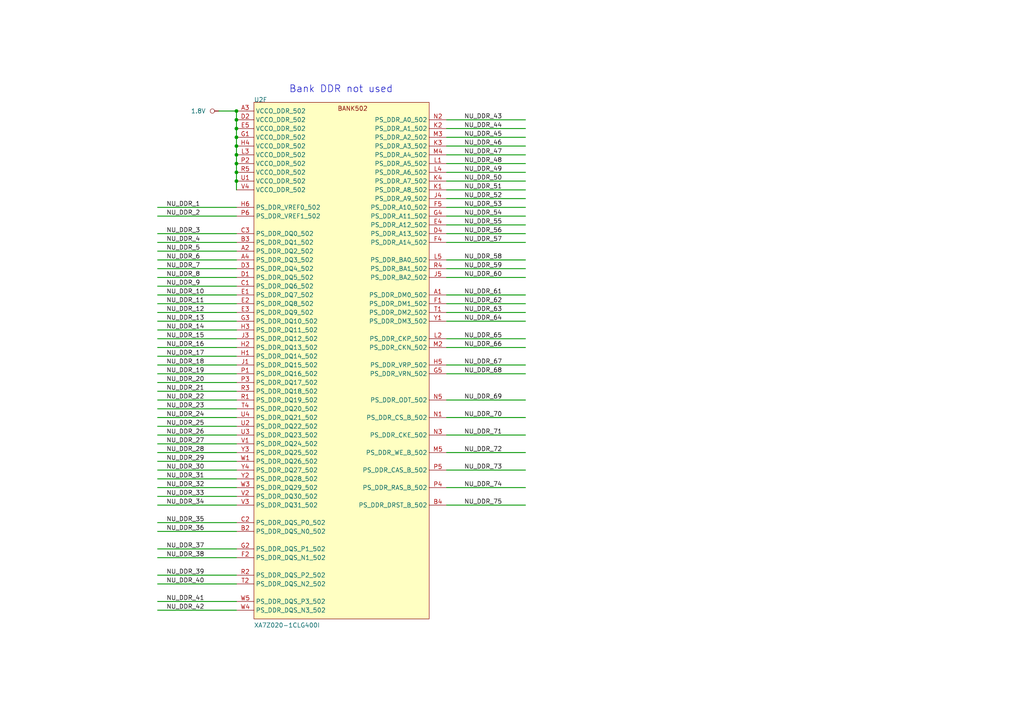
<source format=kicad_sch>
(kicad_sch (version 20230121) (generator eeschema)
  (paper "A4")
  (title_block (title "ZoM Mod A - FPGA DDR Bank") (date "12/16/2014") (rev "01"))
  (lib_symbols
    (symbol "TE0719-altium-import:1.8V" (power)
      (property "Reference" "#PWR" (at 0 0 0))
      (property "Value" "1.8V" (at 0 3.81 0))
      (symbol "1.8V_0_0"
        (circle (center 0 -1.905) (radius 0.635) (stroke (width 0.127)))
        (polyline (pts (xy 0 0) (xy 0 -1.27)) (stroke (width 0.254)))
        (pin power_in line (at 0 0 0) (length 0) hide (name "1.8V") (number ""))
      )
    )
    (symbol "TE0719-altium-import:PS-DDR_0_XC7Z020-2CLG400C"
      (symbol "PS-DDR_0_XC7Z020-2CLG400C_1_0"
        (rectangle (start 30.48 0) (end 0 -81.28) (fill (type background)))
        (text "BANK13" (at 20.32 -2.54 0) (effects (font (size 1.27 1.27)) (justify right bottom)))
        (pin bidirectional line (at -5.08 -60.96 0) (length 5.08) (name "IO_L19P_T3_13") (number "T5"))
        (pin power_in line (at -5.08 -5.08 0) (length 5.08) (name "VCCO_13") (number "T8"))
        (pin bidirectional line (at -5.08 -25.4 0) (length 5.08) (name "IO_L12P_T1_MRCC_13") (number "T9"))
        (pin bidirectional line (at -5.08 -27.94 0) (length 5.08) (name "IO_L12N_T1_MRCC_13") (number "U10"))
        (pin power_in line (at -5.08 -7.62 0) (length 5.08) (name "VCCO_13") (number "U11"))
        (pin bidirectional line (at -5.08 -63.5 0) (length 5.08) (name "IO_L19N_T3_VREF_13") (number "U5"))
        (pin bidirectional line (at -5.08 -20.32 0) (length 5.08) (name "IO_L11P_T1_SRCC_13") (number "U7"))
        (pin bidirectional line (at -5.08 -53.34 0) (length 5.08) (name "IO_L17N_T2_13") (number "U8"))
        (pin bidirectional line (at -5.08 -50.8 0) (length 5.08) (name "IO_L17P_T2_13") (number "U9"))
        (pin bidirectional line (at -5.08 -73.66 0) (length 5.08) (name "IO_L21N_T3_DQS_13") (number "V10"))
        (pin bidirectional line (at -5.08 -71.12 0) (length 5.08) (name "IO_L21P_T3_DQS_13") (number "V11"))
        (pin bidirectional line (at -5.08 -17.78 0) (length 5.08) (name "IO_L6N_T0_VREF_13") (number "V5"))
        (pin bidirectional line (at -5.08 -76.2 0) (length 5.08) (name "IO_L22P_T3_13") (number "V6"))
        (pin bidirectional line (at -5.08 -22.86 0) (length 5.08) (name "IO_L11N_T1_SRCC_13") (number "V7"))
        (pin bidirectional line (at -5.08 -40.64 0) (length 5.08) (name "IO_L15P_T2_DQS_13") (number "V8"))
        (pin bidirectional line (at -5.08 -45.72 0) (length 5.08) (name "IO_L16P_T2_13") (number "W10"))
        (pin bidirectional line (at -5.08 -55.88 0) (length 5.08) (name "IO_L18P_T2_13") (number "W11"))
        (pin bidirectional line (at -5.08 -78.74 0) (length 5.08) (name "IO_L22N_T3_13") (number "W6"))
        (pin power_in line (at -5.08 -10.16 0) (length 5.08) (name "VCCO_13") (number "W7"))
        (pin bidirectional line (at -5.08 -43.18 0) (length 5.08) (name "IO_L15N_T2_DQS_13") (number "W8"))
        (pin bidirectional line (at -5.08 -48.26 0) (length 5.08) (name "IO_L16N_T2_13") (number "W9"))
        (pin power_in line (at -5.08 -12.7 0) (length 5.08) (name "VCCO_13") (number "Y10"))
        (pin bidirectional line (at -5.08 -58.42 0) (length 5.08) (name "IO_L18N_T2_13") (number "Y11"))
        (pin bidirectional line (at -5.08 -66.04 0) (length 5.08) (name "IO_L20P_T3_13") (number "Y12"))
        (pin bidirectional line (at -5.08 -68.58 0) (length 5.08) (name "IO_L20N_T3_13") (number "Y13"))
        (pin bidirectional line (at -5.08 -33.02 0) (length 5.08) (name "IO_L13N_T2_MRCC_13") (number "Y6"))
        (pin bidirectional line (at -5.08 -30.48 0) (length 5.08) (name "IO_L13P_T2_MRCC_13") (number "Y7"))
        (pin bidirectional line (at -5.08 -38.1 0) (length 5.08) (name "IO_L14N_T2_SRCC_13") (number "Y8"))
        (pin bidirectional line (at -5.08 -35.56 0) (length 5.08) (name "IO_L14P_T2_SRCC_13") (number "Y9"))
      )
      (symbol "PS-DDR_0_XC7Z020-2CLG400C_2_0"
        (rectangle (start 58.42 0) (end 0 -81.28) (fill (type background)))
        (text "BANK34" (at 33.02 -2.54 0) (effects (font (size 1.27 1.27)) (justify right bottom)))
        (pin bidirectional line (at 63.5 -71.12 180) (length 5.08) (name "IO_L23P_T3_34") (number "N17"))
        (pin bidirectional line (at 63.5 -20.32 180) (length 5.08) (name "IO_L13P_T2_MRCC_34") (number "N18"))
        (pin power_in line (at -5.08 -5.08 0) (length 5.08) (name "VCCO_34") (number "N19"))
        (pin bidirectional line (at 63.5 -25.4 180) (length 5.08) (name "IO_L14P_T2_SRCC_34") (number "N20"))
        (pin bidirectional line (at -5.08 -60.96 0) (length 5.08) (name "IO_L6P_T0_34") (number "P14"))
        (pin bidirectional line (at 63.5 -76.2 180) (length 5.08) (name "IO_L24P_T3_34") (number "P15"))
        (pin bidirectional line (at 63.5 -78.74 180) (length 5.08) (name "IO_L24N_T3_34") (number "P16"))
        (pin bidirectional line (at 63.5 -73.66 180) (length 5.08) (name "IO_L23N_T3_34") (number "P18"))
        (pin bidirectional line (at 63.5 -22.86 180) (length 5.08) (name "IO_L13N_T2_MRCC_34") (number "P19"))
        (pin bidirectional line (at 63.5 -27.94 180) (length 5.08) (name "IO_L14N_T2_SRCC_34") (number "P20"))
        (pin bidirectional line (at -5.08 -63.5 0) (length 5.08) (name "IO_L6N_T0_VREF_34") (number "R14"))
        (pin power_in line (at -5.08 -7.62 0) (length 5.08) (name "VCCO_34") (number "R15"))
        (pin bidirectional line (at 63.5 -50.8 180) (length 5.08) (name "IO_L19P_T3_34") (number "R16"))
        (pin bidirectional line (at 63.5 -53.34 180) (length 5.08) (name "IO_L19N_T3_VREF_34") (number "R17"))
        (pin bidirectional line (at 63.5 -58.42 180) (length 5.08) (name "IO_L20N_T3_34") (number "R18"))
        (pin bidirectional line (at -5.08 -25.4 0) (length 5.08) (name "IO_0_34") (number "R19"))
        (pin bidirectional line (at -5.08 -38.1 0) (length 5.08) (name "IO_L1N_T0_34") (number "T10"))
        (pin bidirectional line (at -5.08 -35.56 0) (length 5.08) (name "IO_L1P_T0_34") (number "T11"))
        (pin bidirectional line (at -5.08 -40.64 0) (length 5.08) (name "IO_L2P_T0_34") (number "T12"))
        (pin bidirectional line (at -5.08 -55.88 0) (length 5.08) (name "IO_L5P_T0_34") (number "T14"))
        (pin bidirectional line (at -5.08 -58.42 0) (length 5.08) (name "IO_L5N_T0_34") (number "T15"))
        (pin bidirectional line (at -5.08 -76.2 0) (length 5.08) (name "IO_L9P_T1_DQS_34") (number "T16"))
        (pin bidirectional line (at 63.5 -55.88 180) (length 5.08) (name "IO_L20P_T3_34") (number "T17"))
        (pin power_in line (at -5.08 -10.16 0) (length 5.08) (name "VCCO_34") (number "T18"))
        (pin bidirectional line (at -5.08 -30.48 0) (length 5.08) (name "IO_25_34") (number "T19"))
        (pin bidirectional line (at 63.5 -30.48 180) (length 5.08) (name "IO_L15P_T2_DQS_34") (number "T20"))
        (pin bidirectional line (at -5.08 -43.18 0) (length 5.08) (name "IO_L2N_T0_34") (number "U12"))
        (pin bidirectional line (at -5.08 -45.72 0) (length 5.08) (name "IO_L3P_T0_DQS_PUDC_B_34") (number "U13"))
        (pin bidirectional line (at 63.5 -10.16 180) (length 5.08) (name "IO_L11P_T1_SRCC_34") (number "U14"))
        (pin bidirectional line (at 63.5 -12.7 180) (length 5.08) (name "IO_L11N_T1_SRCC_34") (number "U15"))
        (pin bidirectional line (at -5.08 -78.74 0) (length 5.08) (name "IO_L9N_T1_DQS_34") (number "U17"))
        (pin bidirectional line (at 63.5 -15.24 180) (length 5.08) (name "IO_L12P_T1_MRCC_34") (number "U18"))
        (pin bidirectional line (at 63.5 -17.78 180) (length 5.08) (name "IO_L12N_T1_MRCC_34") (number "U19"))
        (pin bidirectional line (at 63.5 -33.02 180) (length 5.08) (name "IO_L15N_T2_DQS_34") (number "U20"))
        (pin bidirectional line (at -5.08 -50.8 0) (length 5.08) (name "IO_L4P_T0_34") (number "V12"))
        (pin bidirectional line (at -5.08 -48.26 0) (length 5.08) (name "IO_L3N_T0_DQS_34") (number "V13"))
        (pin power_in line (at -5.08 -12.7 0) (length 5.08) (name "VCCO_34") (number "V14"))
        (pin bidirectional line (at 63.5 -5.08 180) (length 5.08) (name "IO_L10P_T1_34") (number "V15"))
        (pin bidirectional line (at 63.5 -45.72 180) (length 5.08) (name "IO_L18P_T2_34") (number "V16"))
        (pin bidirectional line (at 63.5 -60.96 180) (length 5.08) (name "IO_L21P_T3_DQS_34") (number "V17"))
        (pin bidirectional line (at 63.5 -63.5 180) (length 5.08) (name "IO_L21N_T3_DQS_34") (number "V18"))
        (pin bidirectional line (at 63.5 -35.56 180) (length 5.08) (name "IO_L16P_T2_34") (number "V20"))
        (pin bidirectional line (at -5.08 -53.34 0) (length 5.08) (name "IO_L4N_T0_34") (number "W13"))
        (pin bidirectional line (at -5.08 -71.12 0) (length 5.08) (name "IO_L8P_T1_34") (number "W14"))
        (pin bidirectional line (at 63.5 -7.62 180) (length 5.08) (name "IO_L10N_T1_34") (number "W15"))
        (pin bidirectional line (at 63.5 -48.26 180) (length 5.08) (name "IO_L18N_T2_34") (number "W16"))
        (pin power_in line (at -5.08 -15.24 0) (length 5.08) (name "VCCO_34") (number "W17"))
        (pin bidirectional line (at 63.5 -66.04 180) (length 5.08) (name "IO_L22P_T3_34") (number "W18"))
        (pin bidirectional line (at 63.5 -68.58 180) (length 5.08) (name "IO_L22N_T3_34") (number "W19"))
        (pin bidirectional line (at 63.5 -38.1 180) (length 5.08) (name "IO_L16N_T2_34") (number "W20"))
        (pin bidirectional line (at -5.08 -73.66 0) (length 5.08) (name "IO_L8N_T1_34") (number "Y14"))
        (pin bidirectional line (at -5.08 -66.04 0) (length 5.08) (name "IO_L7P_T1_34") (number "Y16"))
        (pin bidirectional line (at -5.08 -68.58 0) (length 5.08) (name "IO_L7N_T1_34") (number "Y17"))
        (pin bidirectional line (at 63.5 -40.64 180) (length 5.08) (name "IO_L17P_T2_34") (number "Y18"))
        (pin bidirectional line (at 63.5 -43.18 180) (length 5.08) (name "IO_L17N_T2_34") (number "Y19"))
        (pin power_in line (at -5.08 -17.78 0) (length 5.08) (name "VCCO_34") (number "Y20"))
      )
      (symbol "PS-DDR_0_XC7Z020-2CLG400C_3_0"
        (rectangle (start 58.42 0) (end 0 -81.28) (fill (type background)))
        (text "BANK35" (at 33.02 -2.54 0) (effects (font (size 1.27 1.27)) (justify right bottom)))
        (pin bidirectional line (at -5.08 -43.18 0) (length 5.08) (name "IO_L2N_T0_AD8N_35") (number "A20"))
        (pin bidirectional line (at -5.08 -40.64 0) (length 5.08) (name "IO_L2P_T0_AD8P_35") (number "B19"))
        (pin bidirectional line (at -5.08 -38.1 0) (length 5.08) (name "IO_L1N_T0_AD0N_35") (number "B20"))
        (pin power_in line (at -5.08 -5.08 0) (length 5.08) (name "VCCO_35") (number "C19"))
        (pin bidirectional line (at -5.08 -35.56 0) (length 5.08) (name "IO_L1P_T0_AD0P_35") (number "C20"))
        (pin bidirectional line (at -5.08 -48.26 0) (length 5.08) (name "IO_L3N_T0_DQS_AD1N_35") (number "D18"))
        (pin bidirectional line (at -5.08 -50.8 0) (length 5.08) (name "IO_L4P_T0_35") (number "D19"))
        (pin bidirectional line (at -5.08 -53.34 0) (length 5.08) (name "IO_L4N_T0_35") (number "D20"))
        (pin bidirectional line (at -5.08 -45.72 0) (length 5.08) (name "IO_L3P_T0_DQS_AD1P_35") (number "E17"))
        (pin bidirectional line (at -5.08 -55.88 0) (length 5.08) (name "IO_L5P_T0_AD9P_35") (number "E18"))
        (pin bidirectional line (at -5.08 -58.42 0) (length 5.08) (name "IO_L5N_T0_AD9N_35") (number "E19"))
        (pin bidirectional line (at -5.08 -60.96 0) (length 5.08) (name "IO_L6P_T0_35") (number "F16"))
        (pin bidirectional line (at -5.08 -63.5 0) (length 5.08) (name "IO_L6N_T0_VREF_35") (number "F17"))
        (pin power_in line (at -5.08 -7.62 0) (length 5.08) (name "VCCO_35") (number "F18"))
        (pin bidirectional line (at 63.5 -30.48 180) (length 5.08) (name "IO_L15P_T2_DQS_AD12P_35") (number "F19"))
        (pin bidirectional line (at 63.5 -33.02 180) (length 5.08) (name "IO_L15N_T2_DQS_AD12N_35") (number "F20"))
        (pin bidirectional line (at -5.08 -25.4 0) (length 5.08) (name "IO_0_35") (number "G14"))
        (pin bidirectional line (at 63.5 -53.34 180) (length 5.08) (name "IO_L19N_T3_VREF_35") (number "G15"))
        (pin bidirectional line (at 63.5 -35.56 180) (length 5.08) (name "IO_L16P_T2_35") (number "G17"))
        (pin bidirectional line (at 63.5 -38.1 180) (length 5.08) (name "IO_L16N_T2_35") (number "G18"))
        (pin bidirectional line (at 63.5 -45.72 180) (length 5.08) (name "IO_L18P_T2_AD13P_35") (number "G19"))
        (pin bidirectional line (at 63.5 -48.26 180) (length 5.08) (name "IO_L18N_T2_AD13N_35") (number "G20"))
        (pin power_in line (at -5.08 -10.16 0) (length 5.08) (name "VCCO_35") (number "H14"))
        (pin bidirectional line (at 63.5 -50.8 180) (length 5.08) (name "IO_L19P_T3_35") (number "H15"))
        (pin bidirectional line (at 63.5 -20.32 180) (length 5.08) (name "IO_L13P_T2_MRCC_35") (number "H16"))
        (pin bidirectional line (at 63.5 -22.86 180) (length 5.08) (name "IO_L13N_T2_MRCC_35") (number "H17"))
        (pin bidirectional line (at 63.5 -27.94 180) (length 5.08) (name "IO_L14N_T2_AD4N_SRCC_35") (number "H18"))
        (pin bidirectional line (at 63.5 -43.18 180) (length 5.08) (name "IO_L17N_T2_AD5N_35") (number "H20"))
        (pin bidirectional line (at 63.5 -58.42 180) (length 5.08) (name "IO_L20N_T3_AD6N_35") (number "J14"))
        (pin bidirectional line (at -5.08 -30.48 0) (length 5.08) (name "IO_25_35") (number "J15"))
        (pin bidirectional line (at 63.5 -78.74 180) (length 5.08) (name "IO_L24N_T3_AD15N_35") (number "J16"))
        (pin power_in line (at -5.08 -12.7 0) (length 5.08) (name "VCCO_35") (number "J17"))
        (pin bidirectional line (at 63.5 -25.4 180) (length 5.08) (name "IO_L14P_T2_AD4P_SRCC_35") (number "J18"))
        (pin bidirectional line (at 63.5 -7.62 180) (length 5.08) (name "IO_L10N_T1_AD11N_35") (number "J19"))
        (pin bidirectional line (at 63.5 -40.64 180) (length 5.08) (name "IO_L17P_T2_AD5P_35") (number "J20"))
        (pin bidirectional line (at 63.5 -55.88 180) (length 5.08) (name "IO_L20P_T3_AD6P_35") (number "K14"))
        (pin bidirectional line (at 63.5 -76.2 180) (length 5.08) (name "IO_L24P_T3_AD15P_35") (number "K16"))
        (pin bidirectional line (at 63.5 -15.24 180) (length 5.08) (name "IO_L12P_T1_MRCC_35") (number "K17"))
        (pin bidirectional line (at 63.5 -17.78 180) (length 5.08) (name "IO_L12N_T1_MRCC_35") (number "K18"))
        (pin bidirectional line (at 63.5 -5.08 180) (length 5.08) (name "IO_L10P_T1_AD11P_35") (number "K19"))
        (pin power_in line (at -5.08 -15.24 0) (length 5.08) (name "VCCO_35") (number "K20"))
        (pin bidirectional line (at 63.5 -66.04 180) (length 5.08) (name "IO_L22P_T3_AD7P_35") (number "L14"))
        (pin bidirectional line (at 63.5 -68.58 180) (length 5.08) (name "IO_L22N_T3_AD7N_35") (number "L15"))
        (pin bidirectional line (at 63.5 -10.16 180) (length 5.08) (name "IO_L11P_T1_SRCC_35") (number "L16"))
        (pin bidirectional line (at 63.5 -12.7 180) (length 5.08) (name "IO_L11N_T1_SRCC_35") (number "L17"))
        (pin bidirectional line (at -5.08 -76.2 0) (length 5.08) (name "IO_L9P_T1_DQS_AD3P_35") (number "L19"))
        (pin bidirectional line (at -5.08 -78.74 0) (length 5.08) (name "IO_L9N_T1_DQS_AD3N_35") (number "L20"))
        (pin bidirectional line (at 63.5 -71.12 180) (length 5.08) (name "IO_L23P_T3_35") (number "M14"))
        (pin bidirectional line (at 63.5 -73.66 180) (length 5.08) (name "IO_L23N_T3_35") (number "M15"))
        (pin power_in line (at -5.08 -17.78 0) (length 5.08) (name "VCCO_35") (number "M16"))
        (pin bidirectional line (at -5.08 -71.12 0) (length 5.08) (name "IO_L8P_T1_AD10P_35") (number "M17"))
        (pin bidirectional line (at -5.08 -73.66 0) (length 5.08) (name "IO_L8N_T1_AD10N_35") (number "M18"))
        (pin bidirectional line (at -5.08 -66.04 0) (length 5.08) (name "IO_L7P_T1_AD2P_35") (number "M19"))
        (pin bidirectional line (at -5.08 -68.58 0) (length 5.08) (name "IO_L7N_T1_AD2N_35") (number "M20"))
        (pin bidirectional line (at 63.5 -60.96 180) (length 5.08) (name "IO_L21P_T3_DQS_AD14P_35") (number "N15"))
        (pin bidirectional line (at 63.5 -63.5 180) (length 5.08) (name "IO_L21N_T3_DQS_AD14N_35") (number "N16"))
      )
      (symbol "PS-DDR_0_XC7Z020-2CLG400C_4_0"
        (rectangle (start 45.72 0) (end 0 -35.56) (fill (type background)))
        (text "BANK500" (at 27.94 -2.54 0) (effects (font (size 1.27 1.27)) (justify right bottom)))
        (pin bidirectional line (at 50.8 -10.16 180) (length 5.08) (name "PS_MIO6_500") (number "A5"))
        (pin bidirectional line (at 50.8 -7.62 180) (length 5.08) (name "PS_MIO5_500") (number "A6"))
        (pin bidirectional line (at -5.08 -27.94 0) (length 5.08) (name "PS_MIO1_500") (number "A7"))
        (pin bidirectional line (at 50.8 -17.78 180) (length 5.08) (name "PS_MIO9_500") (number "B5"))
        (pin power_in line (at -5.08 -5.08 0) (length 5.08) (name "VCCO_MIO0_500") (number "B6"))
        (pin bidirectional line (at 50.8 -5.08 180) (length 5.08) (name "PS_MIO4_500") (number "B7"))
        (pin bidirectional line (at -5.08 -30.48 0) (length 5.08) (name "PS_MIO2_500") (number "B8"))
        (pin bidirectional line (at 50.8 -30.48 180) (length 5.08) (name "PS_MIO14_500") (number "C5"))
        (pin bidirectional line (at 50.8 -22.86 180) (length 5.08) (name "PS_MIO11_500") (number "C6"))
        (pin input line (at -5.08 -17.78 0) (length 5.08) (name "PS_POR_B_500") (number "C7"))
        (pin bidirectional line (at 50.8 -33.02 180) (length 5.08) (name "PS_MIO15_500") (number "C8"))
        (pin bidirectional line (at 50.8 -15.24 180) (length 5.08) (name "PS_MIO8_500") (number "D5"))
        (pin bidirectional line (at -5.08 -33.02 0) (length 5.08) (name "PS_MIO3_500") (number "D6"))
        (pin power_in line (at -5.08 -7.62 0) (length 5.08) (name "VCCO_MIO0_500") (number "D7"))
        (pin bidirectional line (at 50.8 -12.7 180) (length 5.08) (name "PS_MIO7_500") (number "D8"))
        (pin bidirectional line (at 50.8 -25.4 180) (length 5.08) (name "PS_MIO12_500") (number "D9"))
        (pin bidirectional line (at -5.08 -25.4 0) (length 5.08) (name "PS_MIO0_500") (number "E6"))
        (pin input line (at -5.08 -12.7 0) (length 5.08) (name "PS_CLK_500") (number "E7"))
        (pin bidirectional line (at 50.8 -27.94 180) (length 5.08) (name "PS_MIO13_500") (number "E8"))
        (pin bidirectional line (at 50.8 -20.32 180) (length 5.08) (name "PS_MIO10_500") (number "E9"))
      )
      (symbol "PS-DDR_0_XC7Z020-2CLG400C_5_0"
        (rectangle (start 50.8 0) (end 0 -66.04) (fill (type background)))
        (text "BANK501" (at 30.48 -2.54 0) (effects (font (size 1.27 1.27)) (justify right bottom)))
        (pin bidirectional line (at 55.88 -22.86 180) (length 5.08) (name "PS_MIO37_501") (number "A10"))
        (pin bidirectional line (at 55.88 -20.32 180) (length 5.08) (name "PS_MIO36_501") (number "A11"))
        (pin bidirectional line (at 55.88 -15.24 180) (length 5.08) (name "PS_MIO34_501") (number "A12"))
        (pin power_in line (at -5.08 -5.08 0) (length 5.08) (name "VCCO_MIO1_501") (number "A13"))
        (pin bidirectional line (at 55.88 -10.16 180) (length 5.08) (name "PS_MIO32_501") (number "A14"))
        (pin bidirectional line (at -5.08 -55.88 0) (length 5.08) (name "PS_MIO26_501") (number "A15"))
        (pin bidirectional line (at -5.08 -50.8 0) (length 5.08) (name "PS_MIO24_501") (number "A16"))
        (pin bidirectional line (at -5.08 -40.64 0) (length 5.08) (name "PS_MIO20_501") (number "A17"))
        (pin bidirectional line (at -5.08 -30.48 0) (length 5.08) (name "PS_MIO16_501") (number "A19"))
        (pin bidirectional line (at 55.88 -38.1 180) (length 5.08) (name "PS_MIO43_501") (number "A9"))
        (pin passive line (at -5.08 -22.86 0) (length 5.08) (name "PS_SRST_B_501") (number "B10"))
        (pin bidirectional line (at 55.88 -50.8 180) (length 5.08) (name "PS_MIO48_501") (number "B12"))
        (pin bidirectional line (at 55.88 -55.88 180) (length 5.08) (name "PS_MIO50_501") (number "B13"))
        (pin bidirectional line (at 55.88 -48.26 180) (length 5.08) (name "PS_MIO47_501") (number "B14"))
        (pin bidirectional line (at 55.88 -43.18 180) (length 5.08) (name "PS_MIO45_501") (number "B15"))
        (pin power_in line (at -5.08 -7.62 0) (length 5.08) (name "VCCO_MIO1_501") (number "B16"))
        (pin bidirectional line (at -5.08 -45.72 0) (length 5.08) (name "PS_MIO22_501") (number "B17"))
        (pin bidirectional line (at -5.08 -35.56 0) (length 5.08) (name "PS_MIO18_501") (number "B18"))
        (pin bidirectional line (at 55.88 -58.42 180) (length 5.08) (name "PS_MIO51_501") (number "B9"))
        (pin bidirectional line (at 55.88 -60.96 180) (length 5.08) (name "PS_MIO52_501") (number "C10"))
        (pin bidirectional line (at 55.88 -63.5 180) (length 5.08) (name "PS_MIO53_501") (number "C11"))
        (pin bidirectional line (at 55.88 -53.34 180) (length 5.08) (name "PS_MIO49_501") (number "C12"))
        (pin bidirectional line (at -5.08 -63.5 0) (length 5.08) (name "PS_MIO29_501") (number "C13"))
        (pin bidirectional line (at 55.88 -5.08 180) (length 5.08) (name "PS_MIO30_501") (number "C15"))
        (pin bidirectional line (at -5.08 -60.96 0) (length 5.08) (name "PS_MIO28_501") (number "C16"))
        (pin bidirectional line (at 55.88 -33.02 180) (length 5.08) (name "PS_MIO41_501") (number "C17"))
        (pin bidirectional line (at 55.88 -27.94 180) (length 5.08) (name "PS_MIO39_501") (number "C18"))
        (pin bidirectional line (at -5.08 -38.1 0) (length 5.08) (name "PS_MIO19_501") (number "D10"))
        (pin bidirectional line (at -5.08 -48.26 0) (length 5.08) (name "PS_MIO23_501") (number "D11"))
        (pin power_in line (at -5.08 -10.16 0) (length 5.08) (name "VCCO_MIO1_501") (number "D12"))
        (pin bidirectional line (at -5.08 -58.42 0) (length 5.08) (name "PS_MIO27_501") (number "D13"))
        (pin bidirectional line (at 55.88 -30.48 180) (length 5.08) (name "PS_MIO40_501") (number "D14"))
        (pin bidirectional line (at 55.88 -12.7 180) (length 5.08) (name "PS_MIO33_501") (number "D15"))
        (pin bidirectional line (at 55.88 -45.72 180) (length 5.08) (name "PS_MIO46_501") (number "D16"))
        (pin bidirectional line (at -5.08 -17.78 0) (length 5.08) (name "PS_MIO_VREF_501") (number "E11"))
        (pin bidirectional line (at 55.88 -35.56 180) (length 5.08) (name "PS_MIO42_501") (number "E12"))
        (pin bidirectional line (at 55.88 -25.4 180) (length 5.08) (name "PS_MIO38_501") (number "E13"))
        (pin bidirectional line (at -5.08 -33.02 0) (length 5.08) (name "PS_MIO17_501") (number "E14"))
        (pin power_in line (at -5.08 -12.7 0) (length 5.08) (name "VCCO_MIO1_501") (number "E15"))
        (pin bidirectional line (at 55.88 -7.62 180) (length 5.08) (name "PS_MIO31_501") (number "E16"))
        (pin bidirectional line (at 55.88 -17.78 180) (length 5.08) (name "PS_MIO35_501") (number "F12"))
        (pin bidirectional line (at 55.88 -40.64 180) (length 5.08) (name "PS_MIO44_501") (number "F13"))
        (pin bidirectional line (at -5.08 -43.18 0) (length 5.08) (name "PS_MIO21_501") (number "F14"))
        (pin bidirectional line (at -5.08 -53.34 0) (length 5.08) (name "PS_MIO25_501") (number "F15"))
      )
      (symbol "PS-DDR_0_XC7Z020-2CLG400C_6_0"
        (rectangle (start 50.8 0) (end 0 -149.86) (fill (type background)))
        (text "BANK502" (at 33.02 -2.54 0) (effects (font (size 1.27 1.27)) (justify right bottom)))
        (pin output line (at 55.88 -55.88 180) (length 5.08) (name "PS_DDR_DM0_502") (number "A1"))
        (pin bidirectional line (at -5.08 -43.18 0) (length 5.08) (name "PS_DDR_DQ2_502") (number "A2"))
        (pin power_in line (at -5.08 -2.54 0) (length 5.08) (name "VCCO_DDR_502") (number "A3"))
        (pin bidirectional line (at -5.08 -45.72 0) (length 5.08) (name "PS_DDR_DQ3_502") (number "A4"))
        (pin bidirectional line (at -5.08 -124.46 0) (length 5.08) (name "PS_DDR_DQS_N0_502") (number "B2"))
        (pin bidirectional line (at -5.08 -40.64 0) (length 5.08) (name "PS_DDR_DQ1_502") (number "B3"))
        (pin output line (at 55.88 -116.84 180) (length 5.08) (name "PS_DDR_DRST_B_502") (number "B4"))
        (pin bidirectional line (at -5.08 -53.34 0) (length 5.08) (name "PS_DDR_DQ6_502") (number "C1"))
        (pin bidirectional line (at -5.08 -121.92 0) (length 5.08) (name "PS_DDR_DQS_P0_502") (number "C2"))
        (pin bidirectional line (at -5.08 -38.1 0) (length 5.08) (name "PS_DDR_DQ0_502") (number "C3"))
        (pin bidirectional line (at -5.08 -50.8 0) (length 5.08) (name "PS_DDR_DQ5_502") (number "D1"))
        (pin power_in line (at -5.08 -5.08 0) (length 5.08) (name "VCCO_DDR_502") (number "D2"))
        (pin bidirectional line (at -5.08 -48.26 0) (length 5.08) (name "PS_DDR_DQ4_502") (number "D3"))
        (pin output line (at 55.88 -38.1 180) (length 5.08) (name "PS_DDR_A13_502") (number "D4"))
        (pin bidirectional line (at -5.08 -55.88 0) (length 5.08) (name "PS_DDR_DQ7_502") (number "E1"))
        (pin bidirectional line (at -5.08 -58.42 0) (length 5.08) (name "PS_DDR_DQ8_502") (number "E2"))
        (pin bidirectional line (at -5.08 -60.96 0) (length 5.08) (name "PS_DDR_DQ9_502") (number "E3"))
        (pin output line (at 55.88 -35.56 180) (length 5.08) (name "PS_DDR_A12_502") (number "E4"))
        (pin power_in line (at -5.08 -7.62 0) (length 5.08) (name "VCCO_DDR_502") (number "E5"))
        (pin output line (at 55.88 -58.42 180) (length 5.08) (name "PS_DDR_DM1_502") (number "F1"))
        (pin bidirectional line (at -5.08 -132.08 0) (length 5.08) (name "PS_DDR_DQS_N1_502") (number "F2"))
        (pin output line (at 55.88 -40.64 180) (length 5.08) (name "PS_DDR_A14_502") (number "F4"))
        (pin output line (at 55.88 -30.48 180) (length 5.08) (name "PS_DDR_A10_502") (number "F5"))
        (pin power_in line (at -5.08 -10.16 0) (length 5.08) (name "VCCO_DDR_502") (number "G1"))
        (pin bidirectional line (at -5.08 -129.54 0) (length 5.08) (name "PS_DDR_DQS_P1_502") (number "G2"))
        (pin bidirectional line (at -5.08 -63.5 0) (length 5.08) (name "PS_DDR_DQ10_502") (number "G3"))
        (pin output line (at 55.88 -33.02 180) (length 5.08) (name "PS_DDR_A11_502") (number "G4"))
        (pin output line (at 55.88 -78.74 180) (length 5.08) (name "PS_DDR_VRN_502") (number "G5"))
        (pin bidirectional line (at -5.08 -73.66 0) (length 5.08) (name "PS_DDR_DQ14_502") (number "H1"))
        (pin bidirectional line (at -5.08 -71.12 0) (length 5.08) (name "PS_DDR_DQ13_502") (number "H2"))
        (pin bidirectional line (at -5.08 -66.04 0) (length 5.08) (name "PS_DDR_DQ11_502") (number "H3"))
        (pin power_in line (at -5.08 -12.7 0) (length 5.08) (name "VCCO_DDR_502") (number "H4"))
        (pin output line (at 55.88 -76.2 180) (length 5.08) (name "PS_DDR_VRP_502") (number "H5"))
        (pin power_in line (at -5.08 -30.48 0) (length 5.08) (name "PS_DDR_VREF0_502") (number "H6"))
        (pin bidirectional line (at -5.08 -76.2 0) (length 5.08) (name "PS_DDR_DQ15_502") (number "J1"))
        (pin bidirectional line (at -5.08 -68.58 0) (length 5.08) (name "PS_DDR_DQ12_502") (number "J3"))
        (pin output line (at 55.88 -27.94 180) (length 5.08) (name "PS_DDR_A9_502") (number "J4"))
        (pin output line (at 55.88 -50.8 180) (length 5.08) (name "PS_DDR_BA2_502") (number "J5"))
        (pin output line (at 55.88 -25.4 180) (length 5.08) (name "PS_DDR_A8_502") (number "K1"))
        (pin output line (at 55.88 -7.62 180) (length 5.08) (name "PS_DDR_A1_502") (number "K2"))
        (pin output line (at 55.88 -12.7 180) (length 5.08) (name "PS_DDR_A3_502") (number "K3"))
        (pin output line (at 55.88 -22.86 180) (length 5.08) (name "PS_DDR_A7_502") (number "K4"))
        (pin output line (at 55.88 -17.78 180) (length 5.08) (name "PS_DDR_A5_502") (number "L1"))
        (pin output line (at 55.88 -68.58 180) (length 5.08) (name "PS_DDR_CKP_502") (number "L2"))
        (pin power_in line (at -5.08 -15.24 0) (length 5.08) (name "VCCO_DDR_502") (number "L3"))
        (pin output line (at 55.88 -20.32 180) (length 5.08) (name "PS_DDR_A6_502") (number "L4"))
        (pin output line (at 55.88 -45.72 180) (length 5.08) (name "PS_DDR_BA0_502") (number "L5"))
        (pin output line (at 55.88 -71.12 180) (length 5.08) (name "PS_DDR_CKN_502") (number "M2"))
        (pin output line (at 55.88 -10.16 180) (length 5.08) (name "PS_DDR_A2_502") (number "M3"))
        (pin output line (at 55.88 -15.24 180) (length 5.08) (name "PS_DDR_A4_502") (number "M4"))
        (pin output line (at 55.88 -101.6 180) (length 5.08) (name "PS_DDR_WE_B_502") (number "M5"))
        (pin output line (at 55.88 -91.44 180) (length 5.08) (name "PS_DDR_CS_B_502") (number "N1"))
        (pin output line (at 55.88 -5.08 180) (length 5.08) (name "PS_DDR_A0_502") (number "N2"))
        (pin output line (at 55.88 -96.52 180) (length 5.08) (name "PS_DDR_CKE_502") (number "N3"))
        (pin output line (at 55.88 -86.36 180) (length 5.08) (name "PS_DDR_ODT_502") (number "N5"))
        (pin bidirectional line (at -5.08 -78.74 0) (length 5.08) (name "PS_DDR_DQ16_502") (number "P1"))
        (pin power_in line (at -5.08 -17.78 0) (length 5.08) (name "VCCO_DDR_502") (number "P2"))
        (pin bidirectional line (at -5.08 -81.28 0) (length 5.08) (name "PS_DDR_DQ17_502") (number "P3"))
        (pin output line (at 55.88 -111.76 180) (length 5.08) (name "PS_DDR_RAS_B_502") (number "P4"))
        (pin output line (at 55.88 -106.68 180) (length 5.08) (name "PS_DDR_CAS_B_502") (number "P5"))
        (pin power_in line (at -5.08 -33.02 0) (length 5.08) (name "PS_DDR_VREF1_502") (number "P6"))
        (pin bidirectional line (at -5.08 -86.36 0) (length 5.08) (name "PS_DDR_DQ19_502") (number "R1"))
        (pin bidirectional line (at -5.08 -137.16 0) (length 5.08) (name "PS_DDR_DQS_P2_502") (number "R2"))
        (pin bidirectional line (at -5.08 -83.82 0) (length 5.08) (name "PS_DDR_DQ18_502") (number "R3"))
        (pin output line (at 55.88 -48.26 180) (length 5.08) (name "PS_DDR_BA1_502") (number "R4"))
        (pin power_in line (at -5.08 -20.32 0) (length 5.08) (name "VCCO_DDR_502") (number "R5"))
        (pin output line (at 55.88 -60.96 180) (length 5.08) (name "PS_DDR_DM2_502") (number "T1"))
        (pin bidirectional line (at -5.08 -139.7 0) (length 5.08) (name "PS_DDR_DQS_N2_502") (number "T2"))
        (pin bidirectional line (at -5.08 -88.9 0) (length 5.08) (name "PS_DDR_DQ20_502") (number "T4"))
        (pin power_in line (at -5.08 -22.86 0) (length 5.08) (name "VCCO_DDR_502") (number "U1"))
        (pin bidirectional line (at -5.08 -93.98 0) (length 5.08) (name "PS_DDR_DQ22_502") (number "U2"))
        (pin bidirectional line (at -5.08 -96.52 0) (length 5.08) (name "PS_DDR_DQ23_502") (number "U3"))
        (pin bidirectional line (at -5.08 -91.44 0) (length 5.08) (name "PS_DDR_DQ21_502") (number "U4"))
        (pin bidirectional line (at -5.08 -99.06 0) (length 5.08) (name "PS_DDR_DQ24_502") (number "V1"))
        (pin bidirectional line (at -5.08 -114.3 0) (length 5.08) (name "PS_DDR_DQ30_502") (number "V2"))
        (pin bidirectional line (at -5.08 -116.84 0) (length 5.08) (name "PS_DDR_DQ31_502") (number "V3"))
        (pin power_in line (at -5.08 -25.4 0) (length 5.08) (name "VCCO_DDR_502") (number "V4"))
        (pin bidirectional line (at -5.08 -104.14 0) (length 5.08) (name "PS_DDR_DQ26_502") (number "W1"))
        (pin bidirectional line (at -5.08 -111.76 0) (length 5.08) (name "PS_DDR_DQ29_502") (number "W3"))
        (pin bidirectional line (at -5.08 -147.32 0) (length 5.08) (name "PS_DDR_DQS_N3_502") (number "W4"))
        (pin bidirectional line (at -5.08 -144.78 0) (length 5.08) (name "PS_DDR_DQS_P3_502") (number "W5"))
        (pin output line (at 55.88 -63.5 180) (length 5.08) (name "PS_DDR_DM3_502") (number "Y1"))
        (pin bidirectional line (at -5.08 -109.22 0) (length 5.08) (name "PS_DDR_DQ28_502") (number "Y2"))
        (pin bidirectional line (at -5.08 -101.6 0) (length 5.08) (name "PS_DDR_DQ25_502") (number "Y3"))
        (pin bidirectional line (at -5.08 -106.68 0) (length 5.08) (name "PS_DDR_DQ27_502") (number "Y4"))
      )
      (symbol "PS-DDR_0_XC7Z020-2CLG400C_7_0"
        (rectangle (start 35.56 0) (end 0 -60.96) (fill (type background)))
        (pin power_in line (at -5.08 -22.86 0) (length 5.08) (name "RSVDGND") (number "F10"))
        (pin power_in line (at -5.08 -7.62 0) (length 5.08) (name "VCCBATT_0") (number "F11"))
        (pin output line (at -5.08 -48.26 0) (length 5.08) (name "TDO_0") (number "F6"))
        (pin input line (at -5.08 -50.8 0) (length 5.08) (name "TCK_0") (number "F9"))
        (pin input line (at -5.08 -45.72 0) (length 5.08) (name "TDI_0") (number "G6"))
        (pin power_in line (at 40.64 -30.48 180) (length 5.08) (name "GNDADC_0") (number "J10"))
        (pin input line (at -5.08 -53.34 0) (length 5.08) (name "TMS_0") (number "J6"))
        (pin power_in line (at 40.64 -2.54 180) (length 5.08) (name "VCCADC_0") (number "J9"))
        (pin bidirectional line (at 40.64 -10.16 180) (length 5.08) (name "VREFN_0") (number "K10"))
        (pin power_in line (at -5.08 -2.54 0) (length 5.08) (name "VCCO_0") (number "K6"))
        (pin input line (at 40.64 -15.24 180) (length 5.08) (name "VP_0") (number "K9"))
        (pin input line (at 40.64 -17.78 180) (length 5.08) (name "VN_0") (number "L10"))
        (pin bidirectional line (at -5.08 -35.56 0) (length 5.08) (name "PROGRAM_B_0") (number "L6"))
        (pin bidirectional line (at 40.64 -7.62 180) (length 5.08) (name "VREFP_0") (number "L9"))
        (pin input line (at 40.64 -25.4 180) (length 5.08) (name "DXN_0") (number "M10"))
        (pin input line (at -5.08 -40.64 0) (length 5.08) (name "CFGBVS_0") (number "M6"))
        (pin input line (at 40.64 -22.86 180) (length 5.08) (name "DXP_0") (number "M9"))
        (pin power_in line (at -5.08 -17.78 0) (length 5.08) (name "RSVDVCC3") (number "N6"))
        (pin input line (at -5.08 -58.42 0) (length 5.08) (name "INIT_B_0") (number "R10"))
        (pin bidirectional line (at -5.08 -30.48 0) (length 5.08) (name "DONE_0") (number "R11"))
        (pin power_in line (at -5.08 -15.24 0) (length 5.08) (name "RSVDVCC2") (number "R6"))
        (pin power_in line (at -5.08 -12.7 0) (length 5.08) (name "RSVDVCC1") (number "T6"))
      )
      (symbol "PS-DDR_0_XC7Z020-2CLG400C_8_0"
        (rectangle (start 33.02 0) (end 0 -121.92) (fill (type background)))
        (pin power_in line (at -5.08 -43.18 0) (length 5.08) (name "GND") (number "A18"))
        (pin power_in line (at -5.08 -40.64 0) (length 5.08) (name "GND") (number "A8"))
        (pin power_in line (at -5.08 -45.72 0) (length 5.08) (name "GND") (number "B1"))
        (pin power_in line (at -5.08 -48.26 0) (length 5.08) (name "GND") (number "B11"))
        (pin power_in line (at -5.08 -53.34 0) (length 5.08) (name "GND") (number "C14"))
        (pin power_in line (at -5.08 -50.8 0) (length 5.08) (name "GND") (number "C4"))
        (pin power_in line (at -5.08 -104.14 0) (length 5.08) (name "GND") (number "C9"))
        (pin power_in line (at -5.08 -58.42 0) (length 5.08) (name "GND") (number "D17"))
        (pin power_in line (at -5.08 -60.96 0) (length 5.08) (name "GND") (number "E10"))
        (pin power_in line (at -5.08 -63.5 0) (length 5.08) (name "GND") (number "E20"))
        (pin power_in line (at -5.08 -66.04 0) (length 5.08) (name "GND") (number "F3"))
        (pin power_in line (at -5.08 -68.58 0) (length 5.08) (name "GND") (number "F7"))
        (pin power_in line (at -5.08 -27.94 0) (length 5.08) (name "VCCPAUX") (number "F8"))
        (pin power_in line (at -5.08 -71.12 0) (length 5.08) (name "GND") (number "G10"))
        (pin power_in line (at 38.1 -27.94 180) (length 5.08) (name "VCCBRAM") (number "G11"))
        (pin power_in line (at -5.08 -73.66 0) (length 5.08) (name "GND") (number "G12"))
        (pin power_in line (at 38.1 -2.54 180) (length 5.08) (name "VCCINT") (number "G13"))
        (pin power_in line (at -5.08 -76.2 0) (length 5.08) (name "GND") (number "G16"))
        (pin power_in line (at 38.1 -35.56 180) (length 5.08) (name "VCCPINT") (number "G7"))
        (pin power_in line (at -5.08 -20.32 0) (length 5.08) (name "VCCPLL") (number "G8"))
        (pin power_in line (at -5.08 -25.4 0) (length 5.08) (name "VCCPAUX") (number "G9"))
        (pin power_in line (at 38.1 -30.48 180) (length 5.08) (name "VCCBRAM") (number "H10"))
        (pin power_in line (at -5.08 -83.82 0) (length 5.08) (name "GND") (number "H11"))
        (pin power_in line (at 38.1 -5.08 180) (length 5.08) (name "VCCINT") (number "H12"))
        (pin power_in line (at -5.08 -86.36 0) (length 5.08) (name "GND") (number "H13"))
        (pin power_in line (at -5.08 -88.9 0) (length 5.08) (name "GND") (number "H19"))
        (pin power_in line (at -5.08 -78.74 0) (length 5.08) (name "GND") (number "H7"))
        (pin power_in line (at -5.08 -30.48 0) (length 5.08) (name "VCCPAUX") (number "H8"))
        (pin power_in line (at -5.08 -81.28 0) (length 5.08) (name "GND") (number "H9"))
        (pin power_in line (at -5.08 -2.54 0) (length 5.08) (name "VCCAUX") (number "J11"))
        (pin power_in line (at -5.08 -96.52 0) (length 5.08) (name "GND") (number "J12"))
        (pin power_in line (at 38.1 -7.62 180) (length 5.08) (name "VCCINT") (number "J13"))
        (pin power_in line (at -5.08 -91.44 0) (length 5.08) (name "GND") (number "J2"))
        (pin power_in line (at 38.1 -38.1 180) (length 5.08) (name "VCCPINT") (number "J7"))
        (pin power_in line (at -5.08 -93.98 0) (length 5.08) (name "GND") (number "J8"))
        (pin power_in line (at -5.08 -55.88 0) (length 5.08) (name "GND") (number "K11"))
        (pin power_in line (at 38.1 -10.16 180) (length 5.08) (name "VCCINT") (number "K12"))
        (pin power_in line (at -5.08 -106.68 0) (length 5.08) (name "GND") (number "K13"))
        (pin power_in line (at -5.08 -109.22 0) (length 5.08) (name "GND") (number "K15"))
        (pin power_in line (at -5.08 -99.06 0) (length 5.08) (name "GND") (number "K5"))
        (pin power_in line (at -5.08 -101.6 0) (length 5.08) (name "GND") (number "K7"))
        (pin power_in line (at -5.08 -33.02 0) (length 5.08) (name "VCCPAUX") (number "K8"))
        (pin power_in line (at -5.08 -5.08 0) (length 5.08) (name "VCCAUX") (number "L11"))
        (pin power_in line (at -5.08 -114.3 0) (length 5.08) (name "GND") (number "L12"))
        (pin power_in line (at 38.1 -12.7 180) (length 5.08) (name "VCCINT") (number "L13"))
        (pin power_in line (at -5.08 -116.84 0) (length 5.08) (name "GND") (number "L18"))
        (pin power_in line (at 38.1 -40.64 180) (length 5.08) (name "VCCPINT") (number "L7"))
        (pin power_in line (at -5.08 -111.76 0) (length 5.08) (name "GND") (number "L8"))
        (pin power_in line (at -5.08 -119.38 0) (length 5.08) (name "GND") (number "M1"))
        (pin power_in line (at 38.1 -55.88 180) (length 5.08) (name "GND") (number "M11"))
        (pin power_in line (at 38.1 -15.24 180) (length 5.08) (name "VCCINT") (number "M12"))
        (pin power_in line (at 38.1 -58.42 180) (length 5.08) (name "GND") (number "M13"))
        (pin power_in line (at 38.1 -53.34 180) (length 5.08) (name "GND") (number "M7"))
        (pin power_in line (at -5.08 -35.56 0) (length 5.08) (name "VCCPAUX") (number "M8"))
        (pin power_in line (at 38.1 -66.04 180) (length 5.08) (name "GND") (number "N10"))
        (pin power_in line (at -5.08 -15.24 0) (length 5.08) (name "VCCAUX") (number "N11"))
        (pin power_in line (at 38.1 -68.58 180) (length 5.08) (name "GND") (number "N12"))
        (pin power_in line (at 38.1 -17.78 180) (length 5.08) (name "VCCINT") (number "N13"))
        (pin power_in line (at 38.1 -71.12 180) (length 5.08) (name "GND") (number "N14"))
        (pin power_in line (at 38.1 -60.96 180) (length 5.08) (name "GND") (number "N4"))
        (pin power_in line (at 38.1 -43.18 180) (length 5.08) (name "VCCPINT") (number "N7"))
        (pin power_in line (at 38.1 -63.5 180) (length 5.08) (name "GND") (number "N8"))
        (pin power_in line (at -5.08 -7.62 0) (length 5.08) (name "VCCAUX") (number "N9"))
        (pin power_in line (at -5.08 -10.16 0) (length 5.08) (name "VCCAUX") (number "P10"))
        (pin power_in line (at 38.1 -78.74 180) (length 5.08) (name "GND") (number "P11"))
        (pin power_in line (at 38.1 -20.32 180) (length 5.08) (name "VCCINT") (number "P12"))
        (pin power_in line (at 38.1 -81.28 180) (length 5.08) (name "GND") (number "P13"))
        (pin power_in line (at 38.1 -83.82 180) (length 5.08) (name "GND") (number "P17"))
        (pin power_in line (at 38.1 -73.66 180) (length 5.08) (name "GND") (number "P7"))
        (pin power_in line (at 38.1 -45.72 180) (length 5.08) (name "VCCPINT") (number "P8"))
        (pin power_in line (at 38.1 -76.2 180) (length 5.08) (name "GND") (number "P9"))
        (pin power_in line (at 38.1 -88.9 180) (length 5.08) (name "GND") (number "R12"))
        (pin power_in line (at 38.1 -22.86 180) (length 5.08) (name "VCCINT") (number "R13"))
        (pin power_in line (at 38.1 -91.44 180) (length 5.08) (name "GND") (number "R20"))
        (pin power_in line (at 38.1 -48.26 180) (length 5.08) (name "VCCPINT") (number "R7"))
        (pin power_in line (at 38.1 -86.36 180) (length 5.08) (name "GND") (number "R8"))
        (pin power_in line (at -5.08 -12.7 0) (length 5.08) (name "VCCAUX") (number "R9"))
        (pin power_in line (at 38.1 -99.06 180) (length 5.08) (name "GND") (number "T13"))
        (pin power_in line (at 38.1 -93.98 180) (length 5.08) (name "GND") (number "T3"))
        (pin power_in line (at 38.1 -96.52 180) (length 5.08) (name "GND") (number "T7"))
        (pin power_in line (at 38.1 -104.14 180) (length 5.08) (name "GND") (number "U16"))
        (pin power_in line (at 38.1 -101.6 180) (length 5.08) (name "GND") (number "U6"))
        (pin power_in line (at 38.1 -109.22 180) (length 5.08) (name "GND") (number "V19"))
        (pin power_in line (at 38.1 -106.68 180) (length 5.08) (name "GND") (number "V9"))
        (pin power_in line (at 38.1 -114.3 180) (length 5.08) (name "GND") (number "W12"))
        (pin power_in line (at 38.1 -111.76 180) (length 5.08) (name "GND") (number "W2"))
        (pin power_in line (at 38.1 -119.38 180) (length 5.08) (name "GND") (number "Y15"))
        (pin power_in line (at 38.1 -116.84 180) (length 5.08) (name "GND") (number "Y5"))
      )
    )
  )
  (junction (at 68.58 44.9072))
  (junction (at 68.58 39.8272))
  (junction (at 68.58 34.7472))
  (junction (at 68.58 49.9872))
  (junction (at 68.58 37.2872))
  (junction (at 68.58 47.4472))
  (junction (at 68.58 32.2072))
  (junction (at 68.58 52.5272))
  (junction (at 68.58 42.3672))
  (wire (pts (xy 152.4 42.3672) (xy 129.54 42.3672)) (stroke (width 0.254)))
  (wire (pts (xy 68.58 138.8872) (xy 45.72 138.8872)) (stroke (width 0.254)))
  (wire (pts (xy 68.58 154.1272) (xy 45.72 154.1272)) (stroke (width 0.254)))
  (wire (pts (xy 68.58 75.3872) (xy 45.72 75.3872)) (stroke (width 0.254)))
  (wire (pts (xy 152.4 131.2672) (xy 129.54 131.2672)) (stroke (width 0.254)))
  (wire (pts (xy 68.58 52.5272) (xy 68.58 55.0672)) (stroke (width 0.254)))
  (wire (pts (xy 68.58 100.7872) (xy 45.72 100.7872)) (stroke (width 0.254)))
  (wire (pts (xy 152.4 126.1872) (xy 129.54 126.1872)) (stroke (width 0.254)))
  (wire (pts (xy 68.58 42.3672) (xy 68.58 44.9072)) (stroke (width 0.254)))
  (wire (pts (xy 152.4 34.7472) (xy 129.54 34.7472)) (stroke (width 0.254)))
  (wire (pts (xy 152.4 88.0872) (xy 129.54 88.0872)) (stroke (width 0.254)))
  (wire (pts (xy 68.58 88.0872) (xy 45.72 88.0872)) (stroke (width 0.254)))
  (wire (pts (xy 152.4 80.4672) (xy 129.54 80.4672)) (stroke (width 0.254)))
  (wire (pts (xy 68.58 146.5072) (xy 45.72 146.5072)) (stroke (width 0.254)))
  (wire (pts (xy 68.58 49.9872) (xy 68.58 52.5272)) (stroke (width 0.254)))
  (wire (pts (xy 68.58 118.5672) (xy 45.72 118.5672)) (stroke (width 0.254)))
  (wire (pts (xy 152.4 37.2872) (xy 129.54 37.2872)) (stroke (width 0.254)))
  (wire (pts (xy 68.58 95.7072) (xy 45.72 95.7072)) (stroke (width 0.254)))
  (wire (pts (xy 68.58 176.9872) (xy 45.72 176.9872)) (stroke (width 0.254)))
  (wire (pts (xy 152.4 49.9872) (xy 129.54 49.9872)) (stroke (width 0.254)))
  (wire (pts (xy 68.58 32.2072) (xy 68.58 34.7472)) (stroke (width 0.254)))
  (wire (pts (xy 68.58 174.4472) (xy 45.72 174.4472)) (stroke (width 0.254)))
  (wire (pts (xy 68.58 166.8272) (xy 45.72 166.8272)) (stroke (width 0.254)))
  (wire (pts (xy 152.4 116.0272) (xy 129.54 116.0272)) (stroke (width 0.254)))
  (wire (pts (xy 68.58 77.9272) (xy 45.72 77.9272)) (stroke (width 0.254)))
  (wire (pts (xy 152.4 105.8672) (xy 129.54 105.8672)) (stroke (width 0.254)))
  (wire (pts (xy 68.58 169.3672) (xy 45.72 169.3672)) (stroke (width 0.254)))
  (wire (pts (xy 68.58 159.2072) (xy 45.72 159.2072)) (stroke (width 0.254)))
  (wire (pts (xy 152.4 85.5472) (xy 129.54 85.5472)) (stroke (width 0.254)))
  (wire (pts (xy 152.4 141.4272) (xy 129.54 141.4272)) (stroke (width 0.254)))
  (wire (pts (xy 68.58 126.1872) (xy 45.72 126.1872)) (stroke (width 0.254)))
  (wire (pts (xy 68.58 44.9072) (xy 68.58 47.4472)) (stroke (width 0.254)))
  (wire (pts (xy 68.58 143.9672) (xy 45.72 143.9672)) (stroke (width 0.254)))
  (wire (pts (xy 68.58 98.2472) (xy 45.72 98.2472)) (stroke (width 0.254)))
  (wire (pts (xy 152.4 62.6872) (xy 129.54 62.6872)) (stroke (width 0.254)))
  (wire (pts (xy 68.58 85.5472) (xy 45.72 85.5472)) (stroke (width 0.254)))
  (wire (pts (xy 68.58 83.0072) (xy 45.72 83.0072)) (stroke (width 0.254)))
  (wire (pts (xy 68.58 37.2872) (xy 68.58 39.8272)) (stroke (width 0.254)))
  (wire (pts (xy 68.58 103.3272) (xy 45.72 103.3272)) (stroke (width 0.254)))
  (wire (pts (xy 152.4 44.9072) (xy 129.54 44.9072)) (stroke (width 0.254)))
  (wire (pts (xy 68.58 72.8472) (xy 45.72 72.8472)) (stroke (width 0.254)))
  (wire (pts (xy 68.58 39.8272) (xy 68.58 42.3672)) (stroke (width 0.254)))
  (wire (pts (xy 152.4 47.4472) (xy 129.54 47.4472)) (stroke (width 0.254)))
  (wire (pts (xy 68.58 151.5872) (xy 45.72 151.5872)) (stroke (width 0.254)))
  (wire (pts (xy 68.58 34.7472) (xy 68.58 37.2872)) (stroke (width 0.254)))
  (wire (pts (xy 152.4 65.2272) (xy 129.54 65.2272)) (stroke (width 0.254)))
  (wire (pts (xy 152.4 146.5072) (xy 129.54 146.5072)) (stroke (width 0.254)))
  (wire (pts (xy 152.4 98.2472) (xy 129.54 98.2472)) (stroke (width 0.254)))
  (wire (pts (xy 68.58 108.4072) (xy 45.72 108.4072)) (stroke (width 0.254)))
  (wire (pts (xy 152.4 100.7872) (xy 129.54 100.7872)) (stroke (width 0.254)))
  (wire (pts (xy 68.58 131.2672) (xy 45.72 131.2672)) (stroke (width 0.254)))
  (wire (pts (xy 68.58 123.6472) (xy 45.72 123.6472)) (stroke (width 0.254)))
  (wire (pts (xy 152.4 57.6072) (xy 129.54 57.6072)) (stroke (width 0.254)))
  (wire (pts (xy 68.58 60.1472) (xy 45.72 60.1472)) (stroke (width 0.254)))
  (wire (pts (xy 68.58 113.4872) (xy 45.72 113.4872)) (stroke (width 0.254)))
  (wire (pts (xy 68.58 116.0272) (xy 45.72 116.0272)) (stroke (width 0.254)))
  (wire (pts (xy 152.4 67.7672) (xy 129.54 67.7672)) (stroke (width 0.254)))
  (wire (pts (xy 152.4 52.5272) (xy 129.54 52.5272)) (stroke (width 0.254)))
  (wire (pts (xy 152.4 55.0672) (xy 129.54 55.0672)) (stroke (width 0.254)))
  (wire (pts (xy 68.58 47.4472) (xy 68.58 49.9872)) (stroke (width 0.254)))
  (wire (pts (xy 68.58 93.1672) (xy 45.72 93.1672)) (stroke (width 0.254)))
  (wire (pts (xy 68.58 62.6872) (xy 45.72 62.6872)) (stroke (width 0.254)))
  (wire (pts (xy 152.4 60.1472) (xy 129.54 60.1472)) (stroke (width 0.254)))
  (wire (pts (xy 68.58 105.8672) (xy 45.72 105.8672)) (stroke (width 0.254)))
  (wire (pts (xy 68.58 141.4272) (xy 45.72 141.4272)) (stroke (width 0.254)))
  (wire (pts (xy 68.58 136.3472) (xy 45.72 136.3472)) (stroke (width 0.254)))
  (wire (pts (xy 68.58 161.7472) (xy 45.72 161.7472)) (stroke (width 0.254)))
  (wire (pts (xy 68.58 121.1072) (xy 45.72 121.1072)) (stroke (width 0.254)))
  (wire (pts (xy 152.4 75.3872) (xy 129.54 75.3872)) (stroke (width 0.254)))
  (wire (pts (xy 68.58 90.6272) (xy 45.72 90.6272)) (stroke (width 0.254)))
  (wire (pts (xy 68.58 67.7672) (xy 45.72 67.7672)) (stroke (width 0.254)))
  (wire (pts (xy 63.5 32.2072) (xy 68.58 32.2072)) (stroke (width 0.254)))
  (wire (pts (xy 68.58 70.3072) (xy 45.72 70.3072)) (stroke (width 0.254)))
  (wire (pts (xy 152.4 108.4072) (xy 129.54 108.4072)) (stroke (width 0.254)))
  (wire (pts (xy 152.4 77.9272) (xy 129.54 77.9272)) (stroke (width 0.254)))
  (wire (pts (xy 152.4 39.8272) (xy 129.54 39.8272)) (stroke (width 0.254)))
  (wire (pts (xy 68.58 133.8072) (xy 45.72 133.8072)) (stroke (width 0.254)))
  (wire (pts (xy 152.4 90.6272) (xy 129.54 90.6272)) (stroke (width 0.254)))
  (wire (pts (xy 68.58 128.7272) (xy 45.72 128.7272)) (stroke (width 0.254)))
  (wire (pts (xy 68.58 110.9472) (xy 45.72 110.9472)) (stroke (width 0.254)))
  (wire (pts (xy 68.58 80.4672) (xy 45.72 80.4672)) (stroke (width 0.254)))
  (wire (pts (xy 152.4 70.3072) (xy 129.54 70.3072)) (stroke (width 0.254)))
  (wire (pts (xy 152.4 93.1672) (xy 129.54 93.1672)) (stroke (width 0.254)))
  (wire (pts (xy 152.4 121.1072) (xy 129.54 121.1072)) (stroke (width 0.254)))
  (wire (pts (xy 152.4 136.3472) (xy 129.54 136.3472)) (stroke (width 0.254)))
  (text "Bank DDR not used" (at 83.82 27.1272 0) (effects (font (size 2.032 2.032)) (justify left bottom)))
  (label "NU_DDR_39" (at 48.26 166.8272 180))
  (label "NU_DDR_64" (at 134.62 93.1672 180))
  (label "NU_DDR_71" (at 134.62 126.1872 180))
  (label "NU_DDR_44" (at 134.62 37.2872 180))
  (label "NU_DDR_6" (at 48.26 75.3872 180))
  (label "NU_DDR_26" (at 48.26 126.1872 180))
  (label "NU_DDR_29" (at 48.26 133.8072 180))
  (label "NU_DDR_35" (at 48.26 151.5872 180))
  (label "NU_DDR_16" (at 48.26 100.7872 180))
  (label "NU_DDR_51" (at 134.62 55.0672 180))
  (label "NU_DDR_50" (at 134.62 52.5272 180))
  (label "NU_DDR_10" (at 48.26 85.5472 180))
  (label "NU_DDR_18" (at 48.26 105.8672 180))
  (label "NU_DDR_42" (at 48.26 176.9872 180))
  (label "NU_DDR_28" (at 48.26 131.2672 180))
  (label "NU_DDR_62" (at 134.62 88.0872 180))
  (label "NU_DDR_1" (at 48.26 60.1472 180))
  (label "NU_DDR_13" (at 48.26 93.1672 180))
  (label "NU_DDR_46" (at 134.62 42.3672 180))
  (label "NU_DDR_19" (at 48.26 108.4072 180))
  (label "NU_DDR_74" (at 134.62 141.4272 180))
  (label "NU_DDR_11" (at 48.26 88.0872 180))
  (label "NU_DDR_8" (at 48.26 80.4672 180))
  (label "NU_DDR_58" (at 134.62 75.3872 180))
  (label "NU_DDR_47" (at 134.62 44.9072 180))
  (label "NU_DDR_56" (at 134.62 67.7672 180))
  (label "NU_DDR_27" (at 48.26 128.7272 180))
  (label "NU_DDR_23" (at 48.26 118.5672 180))
  (label "NU_DDR_43" (at 134.62 34.7472 180))
  (label "NU_DDR_14" (at 48.26 95.7072 180))
  (label "NU_DDR_52" (at 134.62 57.6072 180))
  (label "NU_DDR_75" (at 134.62 146.5072 180))
  (label "NU_DDR_9" (at 48.26 83.0072 180))
  (label "NU_DDR_49" (at 134.62 49.9872 180))
  (label "NU_DDR_20" (at 48.26 110.9472 180))
  (label "NU_DDR_55" (at 134.62 65.2272 180))
  (label "NU_DDR_65" (at 134.62 98.2472 180))
  (label "NU_DDR_5" (at 48.26 72.8472 180))
  (label "NU_DDR_70" (at 134.62 121.1072 180))
  (label "NU_DDR_22" (at 48.26 116.0272 180))
  (label "NU_DDR_31" (at 48.26 138.8872 180))
  (label "NU_DDR_7" (at 48.26 77.9272 180))
  (label "NU_DDR_63" (at 134.62 90.6272 180))
  (label "NU_DDR_38" (at 48.26 161.7472 180))
  (label "NU_DDR_67" (at 134.62 105.8672 180))
  (label "NU_DDR_25" (at 48.26 123.6472 180))
  (label "NU_DDR_57" (at 134.62 70.3072 180))
  (label "NU_DDR_37" (at 48.26 159.2072 180))
  (label "NU_DDR_17" (at 48.26 103.3272 180))
  (label "NU_DDR_15" (at 48.26 98.2472 180))
  (label "NU_DDR_48" (at 134.62 47.4472 180))
  (label "NU_DDR_45" (at 134.62 39.8272 180))
  (label "NU_DDR_66" (at 134.62 100.7872 180))
  (label "NU_DDR_40" (at 48.26 169.3672 180))
  (label "NU_DDR_32" (at 48.26 141.4272 180))
  (label "NU_DDR_2" (at 48.26 62.6872 180))
  (label "NU_DDR_73" (at 134.62 136.3472 180))
  (label "NU_DDR_68" (at 134.62 108.4072 180))
  (label "NU_DDR_33" (at 48.26 143.9672 180))
  (label "NU_DDR_60" (at 134.62 80.4672 180))
  (label "NU_DDR_12" (at 48.26 90.6272 180))
  (label "NU_DDR_69" (at 134.62 116.0272 180))
  (label "NU_DDR_59" (at 134.62 77.9272 180))
  (label "NU_DDR_30" (at 48.26 136.3472 180))
  (label "NU_DDR_34" (at 48.26 146.5072 180))
  (label "NU_DDR_41" (at 48.26 174.4472 180))
  (label "NU_DDR_54" (at 134.62 62.6872 180))
  (label "NU_DDR_4" (at 48.26 70.3072 180))
  (label "NU_DDR_36" (at 48.26 154.1272 180))
  (label "NU_DDR_72" (at 134.62 131.2672 180))
  (label "NU_DDR_24" (at 48.26 121.1072 180))
  (label "NU_DDR_21" (at 48.26 113.4872 180))
  (label "NU_DDR_3" (at 48.26 67.7672 180))
  (label "NU_DDR_61" (at 134.62 85.5472 180))
  (label "NU_DDR_53" (at 134.62 60.1472 180))
  (symbol (lib_id "TE0719-altium-import:PS-DDR_0_XC7Z020-2CLG400C") (at 73.66 29.6672 0) (unit 6)
    (property "Reference" "U2" (at 73.66 29.6672 0) (effects (justify left bottom)))
    (property "Value" "XA7Z020-1CLG400I" (at 73.66 182.0672 0) (effects (justify left bottom)))
    (property "Footprint" "BGA400C80P20X20_1700X1700X160N" (effects hide))
    (property "AN" "25981" (effects hide))
    (property "CASE" "CLG400" (effects hide))
    (property "MIXED" "SMT" (effects hide))
    (property "TRENZ-STOCK" "Yes" (effects hide))
    (property "HELPURL" "B~{:}A~{D}adli~{b}datashee~{t}XC7" (effects hide))
  )
  (symbol (lib_id "TE0719-altium-import:1.8V") (at 63.5 32.2072 270) (unit 1)
    (property "Reference" "#PWR?" (effects hide))
    (property "Value" "1.8V" (at 59.69 32.2072 90) (effects (justify right)))
  )
)
</source>
